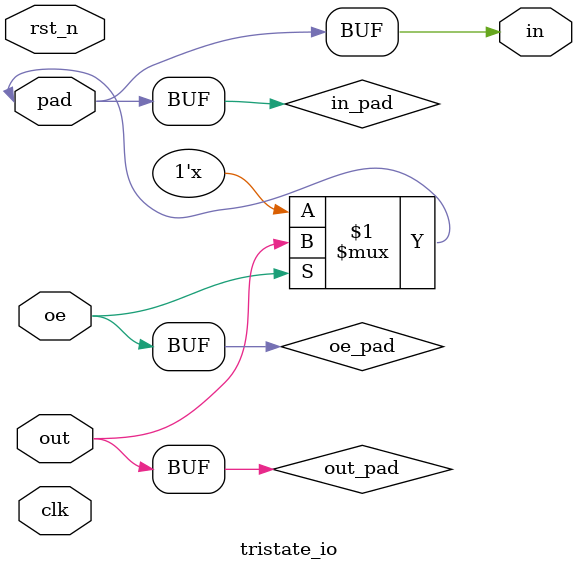
<source format=v>
/**********************************************************************
 * DO WHAT THE FUCK YOU WANT TO AND DON'T BLAME US PUBLIC LICENSE     *
 *                    Version 3, April 2008                           *
 *                                                                    *
 * Copyright (C) 2018 Luke Wren                                       *
 *                                                                    *
 * Everyone is permitted to copy and distribute verbatim or modified  *
 * copies of this license document and accompanying software, and     *
 * changing either is allowed.                                        *
 *                                                                    *
 *   TERMS AND CONDITIONS FOR COPYING, DISTRIBUTION AND MODIFICATION  *
 *                                                                    *
 * 0. You just DO WHAT THE FUCK YOU WANT TO.                          *
 * 1. We're NOT RESPONSIBLE WHEN IT DOESN'T FUCKING WORK.             *
 *                                                                    *
 *********************************************************************/

// A pad, with optional input and output registers. Where possible, this uses
// the registers built directly into the IO cell.

// Note: rst_n may not be functional on FPGA.

module tristate_io #(
    parameter SYNC_OUT = 0,
    parameter SYNC_IN  = 0,
    parameter PULLUP   = 0
) (
    input  wire clk,
    input  wire rst_n,

	input  wire out,
	input  wire oe,
	output wire in,
	inout  wire pad
);

// ----------------------------------------------------------------------------

`ifdef FPGA_ICE40

// Based on the SB_IO library description, PIN_TYPE breaks down as follows:
//
// - bits 5:4: OUTPUT_ENABLE muxing (note OUTPUT_ENABLE is active-*high*)
//
//   - 00 Always disabled
//   - 01 Always enabled
//   - 10: Unregistered OUTPUT_ENABLE
//   - 11: Posedge-registered OUTPUT_ENABLE
//
// - bits 3:2: D_OUT_x muxing
//
//   - 00: DDR, posedge-registered D_OUT_0 for half cycle following posedge,
//     then negedge-registered D_OUT_1 for next half cycle
//   - 01: Posedge-registered D_OUT_0
//   - 10: Unregistered D_OUT_0
//   - 11: Registered, inverted D_OUT_0
//
// - bits 1:0: D_IN_0 muxing (note D_IN_1 is always negedge-registered input)
//
//   - 00: Posedge-registered input
//   - 01: Unregistered input
//   - 10: Posedge-registered input with latch (latch is transparent when
//     LATCH_INPUT_VALUE is low)
//   - 11: Unregistered input with latch (latch is transparent when
//     LATCH_INPUT_VALUE is low)

localparam [5:0] PIN_TYPE = {
    SYNC_OUT ? 2'b11 : 2'b10,
    SYNC_OUT ? 2'b01 : 2'b10,
    SYNC_IN  ? 2'b00 : 2'b01
};

generate
if (SYNC_OUT == 0 && SYNC_IN == 0) begin: no_clk
    // Do not connect the clock nets if not required, because it causes
    // packing issues with other IOs

    SB_IO #(
        .PIN_TYPE (PIN_TYPE),
        .PULLUP   (|PULLUP)
    ) buffer (
        .PACKAGE_PIN   (pad),
        .OUTPUT_ENABLE (oe),
        .D_OUT_0       (out),
        .D_IN_0        (in)
    );

end else begin: have_clk

    SB_IO #(
        .PIN_TYPE (PIN_TYPE),
        .PULLUP   (|PULLUP)
    ) buffer (
        .OUTPUT_CLK    (clk),
        .INPUT_CLK     (clk),
        .PACKAGE_PIN   (pad),
        .OUTPUT_ENABLE (oe),
        .D_OUT_0       (out),
        .D_IN_0        (in)
    );

end
endgenerate

// ----------------------------------------------------------------------------

`else

// Synthesisable behavioural code

reg out_pad;
reg oe_pad;
wire in_pad;

generate
if (SYNC_OUT == 0) begin: no_out_ff
    always @ (*) begin
        out_pad = out;
        oe_pad = oe;
    end
end else begin: have_out_ff
    always @ (posedge clk or negedge rst_n) begin
        if (!rst_n) begin
            out_pad <= 1'b0;
            oe_pad <= 1'b0;
        end else begin
            out_pad <= out;
            oe_pad <= oe;
        end
    end
end
endgenerate

generate
if (SYNC_IN == 0) begin: no_in_ff
    assign in = in_pad;
end else begin: have_in_ff
    reg in_r;
    always @ (posedge clk or negedge rst_n) begin
        if (!rst_n) begin
            in_r <= 1'b0;
        end else begin
            in_r <= in_pad;
        end
    end
    assign in = in_r;
end
endgenerate

assign pad = oe_pad ? out_pad : 1'bz;
assign in_pad = pad;

`endif

endmodule

</source>
